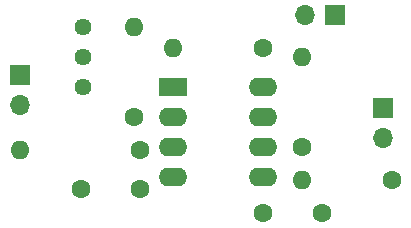
<source format=gbr>
%TF.GenerationSoftware,KiCad,Pcbnew,(5.1.12)-1*%
%TF.CreationDate,2022-02-01T21:13:27-05:00*%
%TF.ProjectId,Lobotomizer-LPF,4c6f626f-746f-46d6-997a-65722d4c5046,rev?*%
%TF.SameCoordinates,Original*%
%TF.FileFunction,Soldermask,Top*%
%TF.FilePolarity,Negative*%
%FSLAX46Y46*%
G04 Gerber Fmt 4.6, Leading zero omitted, Abs format (unit mm)*
G04 Created by KiCad (PCBNEW (5.1.12)-1) date 2022-02-01 21:13:27*
%MOMM*%
%LPD*%
G01*
G04 APERTURE LIST*
%ADD10O,1.600000X1.600000*%
%ADD11C,1.600000*%
%ADD12O,2.400000X1.600000*%
%ADD13R,2.400000X1.600000*%
%ADD14C,1.440000*%
%ADD15O,1.700000X1.700000*%
%ADD16R,1.700000X1.700000*%
G04 APERTURE END LIST*
D10*
%TO.C,R4*%
X143256000Y-69596000D03*
D11*
X143256000Y-77216000D03*
%TD*%
D10*
%TO.C,R1*%
X119380000Y-77470000D03*
D11*
X129540000Y-77470000D03*
%TD*%
D12*
%TO.C,U1*%
X139954000Y-72136000D03*
X132334000Y-79756000D03*
X139954000Y-74676000D03*
X132334000Y-77216000D03*
X139954000Y-77216000D03*
X132334000Y-74676000D03*
X139954000Y-79756000D03*
D13*
X132334000Y-72136000D03*
%TD*%
D14*
%TO.C,RV1*%
X124714000Y-72136000D03*
X124714000Y-69596000D03*
X124714000Y-67056000D03*
%TD*%
D10*
%TO.C,R5*%
X143256000Y-80010000D03*
D11*
X150876000Y-80010000D03*
%TD*%
D10*
%TO.C,R3*%
X132334000Y-68834000D03*
D11*
X139954000Y-68834000D03*
%TD*%
D10*
%TO.C,R2*%
X129032000Y-67056000D03*
D11*
X129032000Y-74676000D03*
%TD*%
D15*
%TO.C,J3*%
X143510000Y-66040000D03*
D16*
X146050000Y-66040000D03*
%TD*%
D15*
%TO.C,J2*%
X150114000Y-76454000D03*
D16*
X150114000Y-73914000D03*
%TD*%
D15*
%TO.C,J1*%
X119380000Y-73660000D03*
D16*
X119380000Y-71120000D03*
%TD*%
D11*
%TO.C,C2*%
X144954000Y-82804000D03*
X139954000Y-82804000D03*
%TD*%
%TO.C,C1*%
X124540000Y-80772000D03*
X129540000Y-80772000D03*
%TD*%
M02*

</source>
